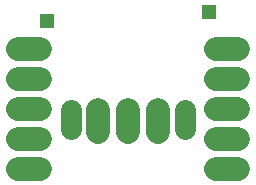
<source format=gbs>
G75*
%MOIN*%
%OFA0B0*%
%FSLAX24Y24*%
%IPPOS*%
%LPD*%
%AMOC8*
5,1,8,0,0,1.08239X$1,22.5*
%
%ADD10C,0.0710*%
%ADD11C,0.0788*%
%ADD12C,0.0454*%
%ADD13C,0.0800*%
%ADD14R,0.0496X0.0496*%
D10*
X004598Y003138D02*
X004598Y003787D01*
X008397Y003787D02*
X008397Y003138D01*
D11*
X007492Y003059D02*
X007492Y003787D01*
X006507Y003787D02*
X006507Y003059D01*
X005503Y003059D02*
X005503Y003787D01*
D12*
X005503Y003103D03*
X004598Y003103D03*
X006507Y003103D03*
X007492Y003103D03*
X008397Y003103D03*
D13*
X003571Y001823D02*
X002831Y001823D01*
X002831Y002823D02*
X003571Y002823D01*
X003571Y003823D02*
X002831Y003823D01*
X002831Y004823D02*
X003571Y004823D01*
X003571Y005823D02*
X002831Y005823D01*
X009426Y005823D02*
X010166Y005823D01*
X010166Y004823D02*
X009426Y004823D01*
X009426Y003823D02*
X010166Y003823D01*
X010166Y002823D02*
X009426Y002823D01*
X009426Y001823D02*
X010166Y001823D01*
D14*
X003792Y006744D03*
X009205Y007040D03*
M02*

</source>
